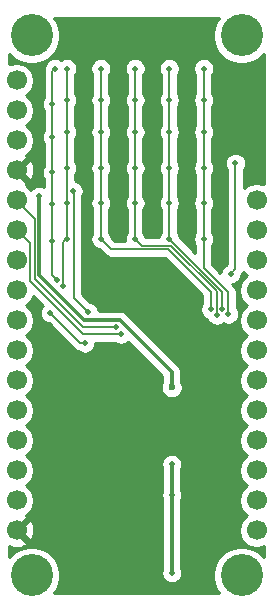
<source format=gbr>
G04 #@! TF.GenerationSoftware,KiCad,Pcbnew,(5.1.2)-1*
G04 #@! TF.CreationDate,2019-07-17T11:01:51+10:00*
G04 #@! TF.ProjectId,led-wing,6c65642d-7769-46e6-972e-6b696361645f,0*
G04 #@! TF.SameCoordinates,Original*
G04 #@! TF.FileFunction,Copper,L2,Bot*
G04 #@! TF.FilePolarity,Positive*
%FSLAX46Y46*%
G04 Gerber Fmt 4.6, Leading zero omitted, Abs format (unit mm)*
G04 Created by KiCad (PCBNEW (5.1.2)-1) date 2019-07-17 11:01:51*
%MOMM*%
%LPD*%
G04 APERTURE LIST*
%ADD10C,1.700000*%
%ADD11C,3.556000*%
%ADD12C,0.500000*%
%ADD13C,0.600000*%
%ADD14C,0.300000*%
%ADD15C,0.150000*%
%ADD16C,0.254000*%
G04 APERTURE END LIST*
D10*
X100765000Y-82348600D03*
X100765000Y-84888600D03*
X100765000Y-87428600D03*
X100765000Y-89968600D03*
X100765000Y-92508600D03*
X100765000Y-95048600D03*
X100765000Y-97588600D03*
X100765000Y-100128600D03*
X100765000Y-102668600D03*
X100765000Y-105208600D03*
X100765000Y-107748600D03*
X100765000Y-110288600D03*
X100765000Y-112828600D03*
X100765000Y-115368600D03*
X100765000Y-79808600D03*
X100765000Y-117908600D03*
X121085000Y-89968600D03*
X121085000Y-92508600D03*
X121085000Y-95048600D03*
X121085000Y-97588600D03*
X121085000Y-100128600D03*
X121085000Y-102668600D03*
X121085000Y-105208600D03*
X121085000Y-107748600D03*
X121085000Y-110288600D03*
X121085000Y-112828600D03*
X121085000Y-115368600D03*
X121085000Y-117908600D03*
D11*
X119815000Y-75998600D03*
X119815000Y-121718600D03*
X102035000Y-75998600D03*
X102035000Y-121718600D03*
D12*
X112800000Y-98800000D03*
X111600000Y-104700000D03*
X104200000Y-108600000D03*
X105700000Y-108600000D03*
D13*
X113900000Y-105800000D03*
D12*
X113900000Y-114900000D03*
X102700000Y-89600000D03*
X113900000Y-121499994D03*
X113900000Y-112300000D03*
X109200000Y-100700000D03*
X103600000Y-99500000D03*
X106550000Y-102050000D03*
X109600000Y-101300000D03*
X118900000Y-96200000D03*
X119300000Y-86800000D03*
X105550000Y-89150000D03*
X106850000Y-99450000D03*
X104000000Y-78800000D03*
X103800000Y-81800000D03*
X103800000Y-84600000D03*
X103800000Y-87600000D03*
X103800000Y-90300000D03*
X103800000Y-93400000D03*
X104200000Y-96700000D03*
X105000000Y-90200000D03*
X105000000Y-84200000D03*
X105000000Y-78800000D03*
X105000000Y-93200000D03*
X105000000Y-87200000D03*
X105000000Y-81500000D03*
X104700000Y-97200000D03*
X107900000Y-87200000D03*
X107900000Y-84200000D03*
X107900000Y-90200000D03*
X107900000Y-81500000D03*
X107900000Y-93200000D03*
X107900000Y-78800000D03*
X117200000Y-99200000D03*
X110800000Y-78800000D03*
X110800000Y-93200000D03*
X110800000Y-87200000D03*
X110800000Y-84200000D03*
X110800000Y-81500000D03*
X110800000Y-90200000D03*
X117700000Y-99700000D03*
X113700000Y-78800000D03*
X113700000Y-90200000D03*
X113700000Y-93200000D03*
X113700000Y-87200000D03*
X113700000Y-84200000D03*
X113700000Y-81500000D03*
X118200000Y-99200000D03*
X116600000Y-93200000D03*
X116600000Y-90200000D03*
X116600000Y-87200000D03*
X116600000Y-84200000D03*
X116600000Y-81500000D03*
X116600000Y-78800000D03*
X118707574Y-99606059D03*
D14*
X113900000Y-114900000D02*
X113900000Y-121499994D01*
X113900000Y-114900000D02*
X113900000Y-112300000D01*
X113900000Y-104500000D02*
X113900000Y-105800000D01*
X109500000Y-100100000D02*
X113900000Y-104500000D01*
X106500000Y-100100000D02*
X109500000Y-100100000D01*
X102700000Y-89600000D02*
X102700000Y-96300000D01*
X102700000Y-96300000D02*
X106500000Y-100100000D01*
D15*
X102100000Y-91300000D02*
X100800000Y-90000000D01*
X102300000Y-91500000D02*
X102100000Y-91300000D01*
X102300000Y-96600000D02*
X102300000Y-91500000D01*
X109200000Y-100700000D02*
X106400000Y-100700000D01*
X106400000Y-100700000D02*
X102300000Y-96600000D01*
X106150000Y-102050000D02*
X103600000Y-99500000D01*
X106550000Y-102050000D02*
X106150000Y-102050000D01*
X100800000Y-92500000D02*
X101900000Y-93600000D01*
X101900000Y-93600000D02*
X101900000Y-96800000D01*
X106400000Y-101300000D02*
X109246447Y-101300000D01*
X109246447Y-101300000D02*
X109600000Y-101300000D01*
X101900000Y-96800000D02*
X106400000Y-101300000D01*
X119300000Y-87153553D02*
X119300000Y-86800000D01*
X118900000Y-96200000D02*
X119300000Y-95800000D01*
X119300000Y-95800000D02*
X119300000Y-87153553D01*
X105600000Y-89200000D02*
X105550000Y-89150000D01*
X106850000Y-99450000D02*
X105600000Y-98200000D01*
X105600000Y-98200000D02*
X105600000Y-89200000D01*
X104000000Y-78800000D02*
X103800000Y-79000000D01*
X103800000Y-79000000D02*
X103800000Y-84600000D01*
X103800000Y-84600000D02*
X103800000Y-87600000D01*
X103800000Y-87600000D02*
X103800000Y-90300000D01*
X103800000Y-90300000D02*
X103800000Y-93400000D01*
X103950001Y-96450001D02*
X104200000Y-96700000D01*
X103800000Y-96300000D02*
X103950001Y-96450001D01*
X103800000Y-93400000D02*
X103800000Y-96300000D01*
X105000000Y-84200000D02*
X105000000Y-87200000D01*
X105000000Y-90200000D02*
X105000000Y-93200000D01*
X105000000Y-81500000D02*
X105000000Y-84200000D01*
X105000000Y-78800000D02*
X105000000Y-81500000D01*
X105000000Y-87200000D02*
X105000000Y-90200000D01*
X104700000Y-96846447D02*
X104700000Y-97200000D01*
X104700000Y-93500000D02*
X104700000Y-96846447D01*
X105000000Y-93200000D02*
X104700000Y-93500000D01*
X107900000Y-87200000D02*
X107900000Y-90200000D01*
X107900000Y-90200000D02*
X107900000Y-93200000D01*
X107900000Y-78800000D02*
X107900000Y-81500000D01*
X107900000Y-84200000D02*
X107900000Y-87200000D01*
X107900000Y-81500000D02*
X107900000Y-84200000D01*
X117200000Y-99200000D02*
X117200000Y-97700000D01*
X117200000Y-97700000D02*
X113600000Y-94100000D01*
X108800000Y-94100000D02*
X107900000Y-93200000D01*
X113600000Y-94100000D02*
X108800000Y-94100000D01*
X110800000Y-90200000D02*
X110800000Y-93200000D01*
X110800000Y-87200000D02*
X110800000Y-90200000D01*
X110800000Y-81500000D02*
X110800000Y-84200000D01*
X110800000Y-84200000D02*
X110800000Y-87200000D01*
X110800000Y-78800000D02*
X110800000Y-81500000D01*
X117700000Y-99346447D02*
X117700000Y-99700000D01*
X111399989Y-93799989D02*
X113824268Y-93799989D01*
X110800000Y-93200000D02*
X111399989Y-93799989D01*
X113824268Y-93799989D02*
X117700000Y-97675721D01*
X117700000Y-97675721D02*
X117700000Y-99346447D01*
X113700000Y-90200000D02*
X113700000Y-93200000D01*
X113700000Y-87200000D02*
X113700000Y-90200000D01*
X113700000Y-84200000D02*
X113700000Y-87200000D01*
X113700000Y-81500000D02*
X113700000Y-84200000D01*
X113700000Y-78800000D02*
X113700000Y-81500000D01*
X113700000Y-93212139D02*
X113700000Y-93200000D01*
X118200000Y-99200000D02*
X118200000Y-97712139D01*
X118200000Y-97712139D02*
X113700000Y-93212139D01*
X116600000Y-90200000D02*
X116600000Y-93200000D01*
X116600000Y-87200000D02*
X116600000Y-90200000D01*
X116600000Y-84200000D02*
X116600000Y-87200000D01*
X116600000Y-78800000D02*
X116600000Y-81500000D01*
X116600000Y-81500000D02*
X116600000Y-84200000D01*
X118707574Y-99252506D02*
X118707574Y-99606059D01*
X118707574Y-97757574D02*
X118707574Y-99252506D01*
X116600000Y-93200000D02*
X116600000Y-95650000D01*
X116600000Y-95650000D02*
X118707574Y-97757574D01*
D16*
G36*
X117676628Y-74855616D02*
G01*
X117494731Y-75294754D01*
X117402000Y-75760940D01*
X117402000Y-76236260D01*
X117494731Y-76702446D01*
X117676628Y-77141584D01*
X117940701Y-77536798D01*
X118276802Y-77872899D01*
X118672016Y-78136972D01*
X119111154Y-78318869D01*
X119577340Y-78411600D01*
X120052660Y-78411600D01*
X120518846Y-78318869D01*
X120957984Y-78136972D01*
X121353198Y-77872899D01*
X121689299Y-77536798D01*
X121695001Y-77528264D01*
X121695001Y-88613918D01*
X121518158Y-88540668D01*
X121231260Y-88483600D01*
X120938740Y-88483600D01*
X120651842Y-88540668D01*
X120381589Y-88652610D01*
X120138368Y-88815125D01*
X120010000Y-88943493D01*
X120010000Y-87330368D01*
X120084277Y-87219205D01*
X120150990Y-87058145D01*
X120185000Y-86887165D01*
X120185000Y-86712835D01*
X120150990Y-86541855D01*
X120084277Y-86380795D01*
X119987424Y-86235845D01*
X119864155Y-86112576D01*
X119719205Y-86015723D01*
X119558145Y-85949010D01*
X119387165Y-85915000D01*
X119212835Y-85915000D01*
X119041855Y-85949010D01*
X118880795Y-86015723D01*
X118735845Y-86112576D01*
X118612576Y-86235845D01*
X118515723Y-86380795D01*
X118449010Y-86541855D01*
X118415000Y-86712835D01*
X118415000Y-86887165D01*
X118449010Y-87058145D01*
X118515723Y-87219205D01*
X118590001Y-87330369D01*
X118590000Y-95370489D01*
X118480795Y-95415723D01*
X118335845Y-95512576D01*
X118212576Y-95635845D01*
X118115723Y-95780795D01*
X118049010Y-95941855D01*
X118023615Y-96069524D01*
X117310000Y-95355909D01*
X117310000Y-93730368D01*
X117384277Y-93619205D01*
X117450990Y-93458145D01*
X117485000Y-93287165D01*
X117485000Y-93112835D01*
X117450990Y-92941855D01*
X117384277Y-92780795D01*
X117310000Y-92669632D01*
X117310000Y-90730368D01*
X117384277Y-90619205D01*
X117450990Y-90458145D01*
X117485000Y-90287165D01*
X117485000Y-90112835D01*
X117450990Y-89941855D01*
X117384277Y-89780795D01*
X117310000Y-89669632D01*
X117310000Y-87730368D01*
X117384277Y-87619205D01*
X117450990Y-87458145D01*
X117485000Y-87287165D01*
X117485000Y-87112835D01*
X117450990Y-86941855D01*
X117384277Y-86780795D01*
X117310000Y-86669632D01*
X117310000Y-84730368D01*
X117384277Y-84619205D01*
X117450990Y-84458145D01*
X117485000Y-84287165D01*
X117485000Y-84112835D01*
X117450990Y-83941855D01*
X117384277Y-83780795D01*
X117310000Y-83669632D01*
X117310000Y-82030368D01*
X117384277Y-81919205D01*
X117450990Y-81758145D01*
X117485000Y-81587165D01*
X117485000Y-81412835D01*
X117450990Y-81241855D01*
X117384277Y-81080795D01*
X117310000Y-80969632D01*
X117310000Y-79330368D01*
X117384277Y-79219205D01*
X117450990Y-79058145D01*
X117485000Y-78887165D01*
X117485000Y-78712835D01*
X117450990Y-78541855D01*
X117384277Y-78380795D01*
X117287424Y-78235845D01*
X117164155Y-78112576D01*
X117019205Y-78015723D01*
X116858145Y-77949010D01*
X116687165Y-77915000D01*
X116512835Y-77915000D01*
X116341855Y-77949010D01*
X116180795Y-78015723D01*
X116035845Y-78112576D01*
X115912576Y-78235845D01*
X115815723Y-78380795D01*
X115749010Y-78541855D01*
X115715000Y-78712835D01*
X115715000Y-78887165D01*
X115749010Y-79058145D01*
X115815723Y-79219205D01*
X115890000Y-79330368D01*
X115890001Y-80969631D01*
X115815723Y-81080795D01*
X115749010Y-81241855D01*
X115715000Y-81412835D01*
X115715000Y-81587165D01*
X115749010Y-81758145D01*
X115815723Y-81919205D01*
X115890000Y-82030368D01*
X115890001Y-83669631D01*
X115815723Y-83780795D01*
X115749010Y-83941855D01*
X115715000Y-84112835D01*
X115715000Y-84287165D01*
X115749010Y-84458145D01*
X115815723Y-84619205D01*
X115890000Y-84730368D01*
X115890001Y-86669631D01*
X115815723Y-86780795D01*
X115749010Y-86941855D01*
X115715000Y-87112835D01*
X115715000Y-87287165D01*
X115749010Y-87458145D01*
X115815723Y-87619205D01*
X115890000Y-87730368D01*
X115890001Y-89669631D01*
X115815723Y-89780795D01*
X115749010Y-89941855D01*
X115715000Y-90112835D01*
X115715000Y-90287165D01*
X115749010Y-90458145D01*
X115815723Y-90619205D01*
X115890000Y-90730368D01*
X115890001Y-92669631D01*
X115815723Y-92780795D01*
X115749010Y-92941855D01*
X115715000Y-93112835D01*
X115715000Y-93287165D01*
X115749010Y-93458145D01*
X115815723Y-93619205D01*
X115890000Y-93730368D01*
X115890000Y-94398048D01*
X114580087Y-93088135D01*
X114550990Y-92941855D01*
X114484277Y-92780795D01*
X114410000Y-92669632D01*
X114410000Y-90730368D01*
X114484277Y-90619205D01*
X114550990Y-90458145D01*
X114585000Y-90287165D01*
X114585000Y-90112835D01*
X114550990Y-89941855D01*
X114484277Y-89780795D01*
X114410000Y-89669632D01*
X114410000Y-87730368D01*
X114484277Y-87619205D01*
X114550990Y-87458145D01*
X114585000Y-87287165D01*
X114585000Y-87112835D01*
X114550990Y-86941855D01*
X114484277Y-86780795D01*
X114410000Y-86669632D01*
X114410000Y-84730368D01*
X114484277Y-84619205D01*
X114550990Y-84458145D01*
X114585000Y-84287165D01*
X114585000Y-84112835D01*
X114550990Y-83941855D01*
X114484277Y-83780795D01*
X114410000Y-83669632D01*
X114410000Y-82030368D01*
X114484277Y-81919205D01*
X114550990Y-81758145D01*
X114585000Y-81587165D01*
X114585000Y-81412835D01*
X114550990Y-81241855D01*
X114484277Y-81080795D01*
X114410000Y-80969632D01*
X114410000Y-79330368D01*
X114484277Y-79219205D01*
X114550990Y-79058145D01*
X114585000Y-78887165D01*
X114585000Y-78712835D01*
X114550990Y-78541855D01*
X114484277Y-78380795D01*
X114387424Y-78235845D01*
X114264155Y-78112576D01*
X114119205Y-78015723D01*
X113958145Y-77949010D01*
X113787165Y-77915000D01*
X113612835Y-77915000D01*
X113441855Y-77949010D01*
X113280795Y-78015723D01*
X113135845Y-78112576D01*
X113012576Y-78235845D01*
X112915723Y-78380795D01*
X112849010Y-78541855D01*
X112815000Y-78712835D01*
X112815000Y-78887165D01*
X112849010Y-79058145D01*
X112915723Y-79219205D01*
X112990000Y-79330368D01*
X112990001Y-80969631D01*
X112915723Y-81080795D01*
X112849010Y-81241855D01*
X112815000Y-81412835D01*
X112815000Y-81587165D01*
X112849010Y-81758145D01*
X112915723Y-81919205D01*
X112990000Y-82030368D01*
X112990001Y-83669631D01*
X112915723Y-83780795D01*
X112849010Y-83941855D01*
X112815000Y-84112835D01*
X112815000Y-84287165D01*
X112849010Y-84458145D01*
X112915723Y-84619205D01*
X112990000Y-84730368D01*
X112990001Y-86669631D01*
X112915723Y-86780795D01*
X112849010Y-86941855D01*
X112815000Y-87112835D01*
X112815000Y-87287165D01*
X112849010Y-87458145D01*
X112915723Y-87619205D01*
X112990000Y-87730368D01*
X112990001Y-89669631D01*
X112915723Y-89780795D01*
X112849010Y-89941855D01*
X112815000Y-90112835D01*
X112815000Y-90287165D01*
X112849010Y-90458145D01*
X112915723Y-90619205D01*
X112990000Y-90730368D01*
X112990001Y-92669631D01*
X112915723Y-92780795D01*
X112849010Y-92941855D01*
X112819544Y-93089989D01*
X111694080Y-93089989D01*
X111677073Y-93072982D01*
X111650990Y-92941855D01*
X111584277Y-92780795D01*
X111510000Y-92669632D01*
X111510000Y-90730368D01*
X111584277Y-90619205D01*
X111650990Y-90458145D01*
X111685000Y-90287165D01*
X111685000Y-90112835D01*
X111650990Y-89941855D01*
X111584277Y-89780795D01*
X111510000Y-89669632D01*
X111510000Y-87730368D01*
X111584277Y-87619205D01*
X111650990Y-87458145D01*
X111685000Y-87287165D01*
X111685000Y-87112835D01*
X111650990Y-86941855D01*
X111584277Y-86780795D01*
X111510000Y-86669632D01*
X111510000Y-84730368D01*
X111584277Y-84619205D01*
X111650990Y-84458145D01*
X111685000Y-84287165D01*
X111685000Y-84112835D01*
X111650990Y-83941855D01*
X111584277Y-83780795D01*
X111510000Y-83669632D01*
X111510000Y-82030368D01*
X111584277Y-81919205D01*
X111650990Y-81758145D01*
X111685000Y-81587165D01*
X111685000Y-81412835D01*
X111650990Y-81241855D01*
X111584277Y-81080795D01*
X111510000Y-80969632D01*
X111510000Y-79330368D01*
X111584277Y-79219205D01*
X111650990Y-79058145D01*
X111685000Y-78887165D01*
X111685000Y-78712835D01*
X111650990Y-78541855D01*
X111584277Y-78380795D01*
X111487424Y-78235845D01*
X111364155Y-78112576D01*
X111219205Y-78015723D01*
X111058145Y-77949010D01*
X110887165Y-77915000D01*
X110712835Y-77915000D01*
X110541855Y-77949010D01*
X110380795Y-78015723D01*
X110235845Y-78112576D01*
X110112576Y-78235845D01*
X110015723Y-78380795D01*
X109949010Y-78541855D01*
X109915000Y-78712835D01*
X109915000Y-78887165D01*
X109949010Y-79058145D01*
X110015723Y-79219205D01*
X110090000Y-79330368D01*
X110090001Y-80969631D01*
X110015723Y-81080795D01*
X109949010Y-81241855D01*
X109915000Y-81412835D01*
X109915000Y-81587165D01*
X109949010Y-81758145D01*
X110015723Y-81919205D01*
X110090000Y-82030368D01*
X110090001Y-83669631D01*
X110015723Y-83780795D01*
X109949010Y-83941855D01*
X109915000Y-84112835D01*
X109915000Y-84287165D01*
X109949010Y-84458145D01*
X110015723Y-84619205D01*
X110090000Y-84730368D01*
X110090001Y-86669631D01*
X110015723Y-86780795D01*
X109949010Y-86941855D01*
X109915000Y-87112835D01*
X109915000Y-87287165D01*
X109949010Y-87458145D01*
X110015723Y-87619205D01*
X110090000Y-87730368D01*
X110090001Y-89669631D01*
X110015723Y-89780795D01*
X109949010Y-89941855D01*
X109915000Y-90112835D01*
X109915000Y-90287165D01*
X109949010Y-90458145D01*
X110015723Y-90619205D01*
X110090000Y-90730368D01*
X110090001Y-92669631D01*
X110015723Y-92780795D01*
X109949010Y-92941855D01*
X109915000Y-93112835D01*
X109915000Y-93287165D01*
X109935455Y-93390000D01*
X109094092Y-93390000D01*
X108777073Y-93072981D01*
X108750990Y-92941855D01*
X108684277Y-92780795D01*
X108610000Y-92669632D01*
X108610000Y-90730368D01*
X108684277Y-90619205D01*
X108750990Y-90458145D01*
X108785000Y-90287165D01*
X108785000Y-90112835D01*
X108750990Y-89941855D01*
X108684277Y-89780795D01*
X108610000Y-89669632D01*
X108610000Y-87730368D01*
X108684277Y-87619205D01*
X108750990Y-87458145D01*
X108785000Y-87287165D01*
X108785000Y-87112835D01*
X108750990Y-86941855D01*
X108684277Y-86780795D01*
X108610000Y-86669632D01*
X108610000Y-84730368D01*
X108684277Y-84619205D01*
X108750990Y-84458145D01*
X108785000Y-84287165D01*
X108785000Y-84112835D01*
X108750990Y-83941855D01*
X108684277Y-83780795D01*
X108610000Y-83669632D01*
X108610000Y-82030368D01*
X108684277Y-81919205D01*
X108750990Y-81758145D01*
X108785000Y-81587165D01*
X108785000Y-81412835D01*
X108750990Y-81241855D01*
X108684277Y-81080795D01*
X108610000Y-80969632D01*
X108610000Y-79330368D01*
X108684277Y-79219205D01*
X108750990Y-79058145D01*
X108785000Y-78887165D01*
X108785000Y-78712835D01*
X108750990Y-78541855D01*
X108684277Y-78380795D01*
X108587424Y-78235845D01*
X108464155Y-78112576D01*
X108319205Y-78015723D01*
X108158145Y-77949010D01*
X107987165Y-77915000D01*
X107812835Y-77915000D01*
X107641855Y-77949010D01*
X107480795Y-78015723D01*
X107335845Y-78112576D01*
X107212576Y-78235845D01*
X107115723Y-78380795D01*
X107049010Y-78541855D01*
X107015000Y-78712835D01*
X107015000Y-78887165D01*
X107049010Y-79058145D01*
X107115723Y-79219205D01*
X107190000Y-79330368D01*
X107190001Y-80969631D01*
X107115723Y-81080795D01*
X107049010Y-81241855D01*
X107015000Y-81412835D01*
X107015000Y-81587165D01*
X107049010Y-81758145D01*
X107115723Y-81919205D01*
X107190000Y-82030368D01*
X107190001Y-83669631D01*
X107115723Y-83780795D01*
X107049010Y-83941855D01*
X107015000Y-84112835D01*
X107015000Y-84287165D01*
X107049010Y-84458145D01*
X107115723Y-84619205D01*
X107190000Y-84730368D01*
X107190001Y-86669631D01*
X107115723Y-86780795D01*
X107049010Y-86941855D01*
X107015000Y-87112835D01*
X107015000Y-87287165D01*
X107049010Y-87458145D01*
X107115723Y-87619205D01*
X107190000Y-87730368D01*
X107190001Y-89669631D01*
X107115723Y-89780795D01*
X107049010Y-89941855D01*
X107015000Y-90112835D01*
X107015000Y-90287165D01*
X107049010Y-90458145D01*
X107115723Y-90619205D01*
X107190000Y-90730368D01*
X107190001Y-92669631D01*
X107115723Y-92780795D01*
X107049010Y-92941855D01*
X107015000Y-93112835D01*
X107015000Y-93287165D01*
X107049010Y-93458145D01*
X107115723Y-93619205D01*
X107212576Y-93764155D01*
X107335845Y-93887424D01*
X107480795Y-93984277D01*
X107641855Y-94050990D01*
X107772981Y-94077073D01*
X108273292Y-94577384D01*
X108295525Y-94604475D01*
X108403637Y-94693200D01*
X108526980Y-94759128D01*
X108660816Y-94799727D01*
X108765123Y-94810000D01*
X108765124Y-94810000D01*
X108799999Y-94813435D01*
X108834874Y-94810000D01*
X113305909Y-94810000D01*
X116490001Y-97994092D01*
X116490000Y-98669632D01*
X116415723Y-98780795D01*
X116349010Y-98941855D01*
X116315000Y-99112835D01*
X116315000Y-99287165D01*
X116349010Y-99458145D01*
X116415723Y-99619205D01*
X116512576Y-99764155D01*
X116635845Y-99887424D01*
X116780795Y-99984277D01*
X116876204Y-100023796D01*
X116915723Y-100119205D01*
X117012576Y-100264155D01*
X117135845Y-100387424D01*
X117280795Y-100484277D01*
X117441855Y-100550990D01*
X117612835Y-100585000D01*
X117787165Y-100585000D01*
X117958145Y-100550990D01*
X118119205Y-100484277D01*
X118264155Y-100387424D01*
X118272108Y-100379471D01*
X118288369Y-100390336D01*
X118449429Y-100457049D01*
X118620409Y-100491059D01*
X118794739Y-100491059D01*
X118965719Y-100457049D01*
X119126779Y-100390336D01*
X119271729Y-100293483D01*
X119394998Y-100170214D01*
X119491851Y-100025264D01*
X119558564Y-99864204D01*
X119592574Y-99693224D01*
X119592574Y-99518894D01*
X119558564Y-99347914D01*
X119491851Y-99186854D01*
X119417574Y-99075691D01*
X119417574Y-97792449D01*
X119421009Y-97757574D01*
X119415779Y-97704475D01*
X119407301Y-97618390D01*
X119366702Y-97484554D01*
X119300774Y-97361211D01*
X119212048Y-97253099D01*
X119184957Y-97230866D01*
X119030476Y-97076385D01*
X119158145Y-97050990D01*
X119319205Y-96984277D01*
X119464155Y-96887424D01*
X119587424Y-96764155D01*
X119684277Y-96619205D01*
X119750990Y-96458145D01*
X119777073Y-96327018D01*
X119777383Y-96326708D01*
X119804474Y-96304475D01*
X119884634Y-96206801D01*
X119893199Y-96196365D01*
X119912279Y-96160668D01*
X119959128Y-96073020D01*
X119970808Y-96034515D01*
X120138368Y-96202075D01*
X120312760Y-96318600D01*
X120138368Y-96435125D01*
X119931525Y-96641968D01*
X119769010Y-96885189D01*
X119657068Y-97155442D01*
X119600000Y-97442340D01*
X119600000Y-97734860D01*
X119657068Y-98021758D01*
X119769010Y-98292011D01*
X119931525Y-98535232D01*
X120138368Y-98742075D01*
X120312760Y-98858600D01*
X120138368Y-98975125D01*
X119931525Y-99181968D01*
X119769010Y-99425189D01*
X119657068Y-99695442D01*
X119600000Y-99982340D01*
X119600000Y-100274860D01*
X119657068Y-100561758D01*
X119769010Y-100832011D01*
X119931525Y-101075232D01*
X120138368Y-101282075D01*
X120312760Y-101398600D01*
X120138368Y-101515125D01*
X119931525Y-101721968D01*
X119769010Y-101965189D01*
X119657068Y-102235442D01*
X119600000Y-102522340D01*
X119600000Y-102814860D01*
X119657068Y-103101758D01*
X119769010Y-103372011D01*
X119931525Y-103615232D01*
X120138368Y-103822075D01*
X120312760Y-103938600D01*
X120138368Y-104055125D01*
X119931525Y-104261968D01*
X119769010Y-104505189D01*
X119657068Y-104775442D01*
X119600000Y-105062340D01*
X119600000Y-105354860D01*
X119657068Y-105641758D01*
X119769010Y-105912011D01*
X119931525Y-106155232D01*
X120138368Y-106362075D01*
X120312760Y-106478600D01*
X120138368Y-106595125D01*
X119931525Y-106801968D01*
X119769010Y-107045189D01*
X119657068Y-107315442D01*
X119600000Y-107602340D01*
X119600000Y-107894860D01*
X119657068Y-108181758D01*
X119769010Y-108452011D01*
X119931525Y-108695232D01*
X120138368Y-108902075D01*
X120312760Y-109018600D01*
X120138368Y-109135125D01*
X119931525Y-109341968D01*
X119769010Y-109585189D01*
X119657068Y-109855442D01*
X119600000Y-110142340D01*
X119600000Y-110434860D01*
X119657068Y-110721758D01*
X119769010Y-110992011D01*
X119931525Y-111235232D01*
X120138368Y-111442075D01*
X120312760Y-111558600D01*
X120138368Y-111675125D01*
X119931525Y-111881968D01*
X119769010Y-112125189D01*
X119657068Y-112395442D01*
X119600000Y-112682340D01*
X119600000Y-112974860D01*
X119657068Y-113261758D01*
X119769010Y-113532011D01*
X119931525Y-113775232D01*
X120138368Y-113982075D01*
X120312760Y-114098600D01*
X120138368Y-114215125D01*
X119931525Y-114421968D01*
X119769010Y-114665189D01*
X119657068Y-114935442D01*
X119600000Y-115222340D01*
X119600000Y-115514860D01*
X119657068Y-115801758D01*
X119769010Y-116072011D01*
X119931525Y-116315232D01*
X120138368Y-116522075D01*
X120312760Y-116638600D01*
X120138368Y-116755125D01*
X119931525Y-116961968D01*
X119769010Y-117205189D01*
X119657068Y-117475442D01*
X119600000Y-117762340D01*
X119600000Y-118054860D01*
X119657068Y-118341758D01*
X119769010Y-118612011D01*
X119931525Y-118855232D01*
X120138368Y-119062075D01*
X120381589Y-119224590D01*
X120651842Y-119336532D01*
X120938740Y-119393600D01*
X121231260Y-119393600D01*
X121518158Y-119336532D01*
X121695000Y-119263282D01*
X121695000Y-120188934D01*
X121689299Y-120180402D01*
X121353198Y-119844301D01*
X120957984Y-119580228D01*
X120518846Y-119398331D01*
X120052660Y-119305600D01*
X119577340Y-119305600D01*
X119111154Y-119398331D01*
X118672016Y-119580228D01*
X118276802Y-119844301D01*
X117940701Y-120180402D01*
X117676628Y-120575616D01*
X117494731Y-121014754D01*
X117402000Y-121480940D01*
X117402000Y-121956260D01*
X117494731Y-122422446D01*
X117676628Y-122861584D01*
X117897505Y-123192150D01*
X103952740Y-123191784D01*
X104173372Y-122861584D01*
X104355269Y-122422446D01*
X104448000Y-121956260D01*
X104448000Y-121480940D01*
X104355269Y-121014754D01*
X104173372Y-120575616D01*
X103909299Y-120180402D01*
X103573198Y-119844301D01*
X103177984Y-119580228D01*
X102738846Y-119398331D01*
X102272660Y-119305600D01*
X101797340Y-119305600D01*
X101331154Y-119398331D01*
X100892016Y-119580228D01*
X100496802Y-119844301D01*
X100160701Y-120180402D01*
X100155000Y-120188934D01*
X100155000Y-119262915D01*
X100257883Y-119311971D01*
X100541411Y-119383939D01*
X100833531Y-119399211D01*
X101123019Y-119357199D01*
X101398747Y-119259519D01*
X101536157Y-119186072D01*
X101613792Y-118936997D01*
X100765000Y-118088205D01*
X100750858Y-118102348D01*
X100571253Y-117922743D01*
X100585395Y-117908600D01*
X100944605Y-117908600D01*
X101793397Y-118757392D01*
X102042472Y-118679757D01*
X102168371Y-118415717D01*
X102240339Y-118132189D01*
X102255611Y-117840069D01*
X102213599Y-117550581D01*
X102115919Y-117274853D01*
X102042472Y-117137443D01*
X101793397Y-117059808D01*
X100944605Y-117908600D01*
X100585395Y-117908600D01*
X100571253Y-117894458D01*
X100750858Y-117714853D01*
X100765000Y-117728995D01*
X101613792Y-116880203D01*
X101538271Y-116637911D01*
X101711632Y-116522075D01*
X101918475Y-116315232D01*
X102080990Y-116072011D01*
X102192932Y-115801758D01*
X102250000Y-115514860D01*
X102250000Y-115222340D01*
X102192932Y-114935442D01*
X102080990Y-114665189D01*
X101918475Y-114421968D01*
X101711632Y-114215125D01*
X101537240Y-114098600D01*
X101711632Y-113982075D01*
X101918475Y-113775232D01*
X102080990Y-113532011D01*
X102192932Y-113261758D01*
X102250000Y-112974860D01*
X102250000Y-112682340D01*
X102192932Y-112395442D01*
X102117295Y-112212835D01*
X113015000Y-112212835D01*
X113015000Y-112387165D01*
X113049010Y-112558145D01*
X113115001Y-112717462D01*
X113115000Y-114482540D01*
X113049010Y-114641855D01*
X113015000Y-114812835D01*
X113015000Y-114987165D01*
X113049010Y-115158145D01*
X113115000Y-115317460D01*
X113115001Y-121082532D01*
X113049010Y-121241849D01*
X113015000Y-121412829D01*
X113015000Y-121587159D01*
X113049010Y-121758139D01*
X113115723Y-121919199D01*
X113212576Y-122064149D01*
X113335845Y-122187418D01*
X113480795Y-122284271D01*
X113641855Y-122350984D01*
X113812835Y-122384994D01*
X113987165Y-122384994D01*
X114158145Y-122350984D01*
X114319205Y-122284271D01*
X114464155Y-122187418D01*
X114587424Y-122064149D01*
X114684277Y-121919199D01*
X114750990Y-121758139D01*
X114785000Y-121587159D01*
X114785000Y-121412829D01*
X114750990Y-121241849D01*
X114685000Y-121082534D01*
X114685000Y-115317460D01*
X114750990Y-115158145D01*
X114785000Y-114987165D01*
X114785000Y-114812835D01*
X114750990Y-114641855D01*
X114685000Y-114482540D01*
X114685000Y-112717460D01*
X114750990Y-112558145D01*
X114785000Y-112387165D01*
X114785000Y-112212835D01*
X114750990Y-112041855D01*
X114684277Y-111880795D01*
X114587424Y-111735845D01*
X114464155Y-111612576D01*
X114319205Y-111515723D01*
X114158145Y-111449010D01*
X113987165Y-111415000D01*
X113812835Y-111415000D01*
X113641855Y-111449010D01*
X113480795Y-111515723D01*
X113335845Y-111612576D01*
X113212576Y-111735845D01*
X113115723Y-111880795D01*
X113049010Y-112041855D01*
X113015000Y-112212835D01*
X102117295Y-112212835D01*
X102080990Y-112125189D01*
X101918475Y-111881968D01*
X101711632Y-111675125D01*
X101537240Y-111558600D01*
X101711632Y-111442075D01*
X101918475Y-111235232D01*
X102080990Y-110992011D01*
X102192932Y-110721758D01*
X102250000Y-110434860D01*
X102250000Y-110142340D01*
X102192932Y-109855442D01*
X102080990Y-109585189D01*
X101918475Y-109341968D01*
X101711632Y-109135125D01*
X101537240Y-109018600D01*
X101711632Y-108902075D01*
X101918475Y-108695232D01*
X102080990Y-108452011D01*
X102192932Y-108181758D01*
X102250000Y-107894860D01*
X102250000Y-107602340D01*
X102192932Y-107315442D01*
X102080990Y-107045189D01*
X101918475Y-106801968D01*
X101711632Y-106595125D01*
X101537240Y-106478600D01*
X101711632Y-106362075D01*
X101918475Y-106155232D01*
X102080990Y-105912011D01*
X102192932Y-105641758D01*
X102250000Y-105354860D01*
X102250000Y-105062340D01*
X102192932Y-104775442D01*
X102080990Y-104505189D01*
X101918475Y-104261968D01*
X101711632Y-104055125D01*
X101537240Y-103938600D01*
X101711632Y-103822075D01*
X101918475Y-103615232D01*
X102080990Y-103372011D01*
X102192932Y-103101758D01*
X102250000Y-102814860D01*
X102250000Y-102522340D01*
X102192932Y-102235442D01*
X102080990Y-101965189D01*
X101918475Y-101721968D01*
X101711632Y-101515125D01*
X101537240Y-101398600D01*
X101711632Y-101282075D01*
X101918475Y-101075232D01*
X102080990Y-100832011D01*
X102192932Y-100561758D01*
X102250000Y-100274860D01*
X102250000Y-99982340D01*
X102192932Y-99695442D01*
X102080990Y-99425189D01*
X101918475Y-99181968D01*
X101711632Y-98975125D01*
X101537240Y-98858600D01*
X101711632Y-98742075D01*
X101918475Y-98535232D01*
X102080990Y-98292011D01*
X102170887Y-98074979D01*
X102972165Y-98876256D01*
X102912576Y-98935845D01*
X102815723Y-99080795D01*
X102749010Y-99241855D01*
X102715000Y-99412835D01*
X102715000Y-99587165D01*
X102749010Y-99758145D01*
X102815723Y-99919205D01*
X102912576Y-100064155D01*
X103035845Y-100187424D01*
X103180795Y-100284277D01*
X103341855Y-100350990D01*
X103472982Y-100377073D01*
X105623288Y-102527379D01*
X105645525Y-102554475D01*
X105753637Y-102643200D01*
X105876980Y-102709128D01*
X105998805Y-102746084D01*
X106130795Y-102834277D01*
X106291855Y-102900990D01*
X106462835Y-102935000D01*
X106637165Y-102935000D01*
X106808145Y-102900990D01*
X106969205Y-102834277D01*
X107114155Y-102737424D01*
X107237424Y-102614155D01*
X107334277Y-102469205D01*
X107400990Y-102308145D01*
X107435000Y-102137165D01*
X107435000Y-102010000D01*
X109069632Y-102010000D01*
X109180795Y-102084277D01*
X109341855Y-102150990D01*
X109512835Y-102185000D01*
X109687165Y-102185000D01*
X109858145Y-102150990D01*
X110019205Y-102084277D01*
X110164155Y-101987424D01*
X110220711Y-101930868D01*
X113115000Y-104825157D01*
X113115001Y-105291879D01*
X113071414Y-105357111D01*
X113000932Y-105527271D01*
X112965000Y-105707911D01*
X112965000Y-105892089D01*
X113000932Y-106072729D01*
X113071414Y-106242889D01*
X113173738Y-106396028D01*
X113303972Y-106526262D01*
X113457111Y-106628586D01*
X113627271Y-106699068D01*
X113807911Y-106735000D01*
X113992089Y-106735000D01*
X114172729Y-106699068D01*
X114342889Y-106628586D01*
X114496028Y-106526262D01*
X114626262Y-106396028D01*
X114728586Y-106242889D01*
X114799068Y-106072729D01*
X114835000Y-105892089D01*
X114835000Y-105707911D01*
X114799068Y-105527271D01*
X114728586Y-105357111D01*
X114685000Y-105291880D01*
X114685000Y-104538556D01*
X114688797Y-104500000D01*
X114685000Y-104461440D01*
X114685000Y-104461439D01*
X114681020Y-104421026D01*
X114673642Y-104346113D01*
X114628754Y-104198140D01*
X114604947Y-104153600D01*
X114555862Y-104061767D01*
X114457764Y-103942236D01*
X114427811Y-103917654D01*
X110082345Y-99572188D01*
X110057764Y-99542236D01*
X109938233Y-99444138D01*
X109801860Y-99371246D01*
X109653887Y-99326359D01*
X109538561Y-99315000D01*
X109538553Y-99315000D01*
X109500000Y-99311203D01*
X109461447Y-99315000D01*
X107725485Y-99315000D01*
X107700990Y-99191855D01*
X107634277Y-99030795D01*
X107537424Y-98885845D01*
X107414155Y-98762576D01*
X107269205Y-98665723D01*
X107108145Y-98599010D01*
X106977019Y-98572927D01*
X106310000Y-97905909D01*
X106310000Y-89605538D01*
X106334277Y-89569205D01*
X106400990Y-89408145D01*
X106435000Y-89237165D01*
X106435000Y-89062835D01*
X106400990Y-88891855D01*
X106334277Y-88730795D01*
X106237424Y-88585845D01*
X106114155Y-88462576D01*
X105969205Y-88365723D01*
X105808145Y-88299010D01*
X105710000Y-88279488D01*
X105710000Y-87730368D01*
X105784277Y-87619205D01*
X105850990Y-87458145D01*
X105885000Y-87287165D01*
X105885000Y-87112835D01*
X105850990Y-86941855D01*
X105784277Y-86780795D01*
X105710000Y-86669632D01*
X105710000Y-84730368D01*
X105784277Y-84619205D01*
X105850990Y-84458145D01*
X105885000Y-84287165D01*
X105885000Y-84112835D01*
X105850990Y-83941855D01*
X105784277Y-83780795D01*
X105710000Y-83669632D01*
X105710000Y-82030368D01*
X105784277Y-81919205D01*
X105850990Y-81758145D01*
X105885000Y-81587165D01*
X105885000Y-81412835D01*
X105850990Y-81241855D01*
X105784277Y-81080795D01*
X105710000Y-80969632D01*
X105710000Y-79330368D01*
X105784277Y-79219205D01*
X105850990Y-79058145D01*
X105885000Y-78887165D01*
X105885000Y-78712835D01*
X105850990Y-78541855D01*
X105784277Y-78380795D01*
X105687424Y-78235845D01*
X105564155Y-78112576D01*
X105419205Y-78015723D01*
X105258145Y-77949010D01*
X105087165Y-77915000D01*
X104912835Y-77915000D01*
X104741855Y-77949010D01*
X104580795Y-78015723D01*
X104500000Y-78069709D01*
X104419205Y-78015723D01*
X104258145Y-77949010D01*
X104087165Y-77915000D01*
X103912835Y-77915000D01*
X103741855Y-77949010D01*
X103580795Y-78015723D01*
X103435845Y-78112576D01*
X103312576Y-78235845D01*
X103215723Y-78380795D01*
X103149010Y-78541855D01*
X103115000Y-78712835D01*
X103115000Y-78812269D01*
X103100273Y-78860817D01*
X103092555Y-78939185D01*
X103086565Y-79000000D01*
X103090000Y-79034875D01*
X103090000Y-81269632D01*
X103015723Y-81380795D01*
X102949010Y-81541855D01*
X102915000Y-81712835D01*
X102915000Y-81887165D01*
X102949010Y-82058145D01*
X103015723Y-82219205D01*
X103090001Y-82330369D01*
X103090001Y-84069631D01*
X103015723Y-84180795D01*
X102949010Y-84341855D01*
X102915000Y-84512835D01*
X102915000Y-84687165D01*
X102949010Y-84858145D01*
X103015723Y-85019205D01*
X103090000Y-85130368D01*
X103090001Y-87069631D01*
X103015723Y-87180795D01*
X102949010Y-87341855D01*
X102915000Y-87512835D01*
X102915000Y-87687165D01*
X102949010Y-87858145D01*
X103015723Y-88019205D01*
X103090000Y-88130368D01*
X103090000Y-88803626D01*
X102958145Y-88749010D01*
X102787165Y-88715000D01*
X102612835Y-88715000D01*
X102441855Y-88749010D01*
X102280795Y-88815723D01*
X102135845Y-88912576D01*
X102012576Y-89035845D01*
X101970162Y-89099322D01*
X101918475Y-89021968D01*
X101711632Y-88815125D01*
X101538271Y-88699289D01*
X101613792Y-88456997D01*
X100765000Y-87608205D01*
X100750858Y-87622348D01*
X100571253Y-87442743D01*
X100585395Y-87428600D01*
X100944605Y-87428600D01*
X101793397Y-88277392D01*
X102042472Y-88199757D01*
X102168371Y-87935717D01*
X102240339Y-87652189D01*
X102255611Y-87360069D01*
X102213599Y-87070581D01*
X102115919Y-86794853D01*
X102042472Y-86657443D01*
X101793397Y-86579808D01*
X100944605Y-87428600D01*
X100585395Y-87428600D01*
X100571253Y-87414458D01*
X100750858Y-87234853D01*
X100765000Y-87248995D01*
X101613792Y-86400203D01*
X101538271Y-86157911D01*
X101711632Y-86042075D01*
X101918475Y-85835232D01*
X102080990Y-85592011D01*
X102192932Y-85321758D01*
X102250000Y-85034860D01*
X102250000Y-84742340D01*
X102192932Y-84455442D01*
X102080990Y-84185189D01*
X101918475Y-83941968D01*
X101711632Y-83735125D01*
X101537240Y-83618600D01*
X101711632Y-83502075D01*
X101918475Y-83295232D01*
X102080990Y-83052011D01*
X102192932Y-82781758D01*
X102250000Y-82494860D01*
X102250000Y-82202340D01*
X102192932Y-81915442D01*
X102080990Y-81645189D01*
X101918475Y-81401968D01*
X101711632Y-81195125D01*
X101537240Y-81078600D01*
X101711632Y-80962075D01*
X101918475Y-80755232D01*
X102080990Y-80512011D01*
X102192932Y-80241758D01*
X102250000Y-79954860D01*
X102250000Y-79662340D01*
X102192932Y-79375442D01*
X102080990Y-79105189D01*
X101918475Y-78861968D01*
X101711632Y-78655125D01*
X101468411Y-78492610D01*
X101198158Y-78380668D01*
X100911260Y-78323600D01*
X100618740Y-78323600D01*
X100331842Y-78380668D01*
X100155000Y-78453918D01*
X100155000Y-77528266D01*
X100160701Y-77536798D01*
X100496802Y-77872899D01*
X100892016Y-78136972D01*
X101331154Y-78318869D01*
X101797340Y-78411600D01*
X102272660Y-78411600D01*
X102738846Y-78318869D01*
X103177984Y-78136972D01*
X103573198Y-77872899D01*
X103909299Y-77536798D01*
X104173372Y-77141584D01*
X104355269Y-76702446D01*
X104448000Y-76236260D01*
X104448000Y-75760940D01*
X104355269Y-75294754D01*
X104173372Y-74855616D01*
X103952462Y-74525000D01*
X117897538Y-74525000D01*
X117676628Y-74855616D01*
X117676628Y-74855616D01*
G37*
X117676628Y-74855616D02*
X117494731Y-75294754D01*
X117402000Y-75760940D01*
X117402000Y-76236260D01*
X117494731Y-76702446D01*
X117676628Y-77141584D01*
X117940701Y-77536798D01*
X118276802Y-77872899D01*
X118672016Y-78136972D01*
X119111154Y-78318869D01*
X119577340Y-78411600D01*
X120052660Y-78411600D01*
X120518846Y-78318869D01*
X120957984Y-78136972D01*
X121353198Y-77872899D01*
X121689299Y-77536798D01*
X121695001Y-77528264D01*
X121695001Y-88613918D01*
X121518158Y-88540668D01*
X121231260Y-88483600D01*
X120938740Y-88483600D01*
X120651842Y-88540668D01*
X120381589Y-88652610D01*
X120138368Y-88815125D01*
X120010000Y-88943493D01*
X120010000Y-87330368D01*
X120084277Y-87219205D01*
X120150990Y-87058145D01*
X120185000Y-86887165D01*
X120185000Y-86712835D01*
X120150990Y-86541855D01*
X120084277Y-86380795D01*
X119987424Y-86235845D01*
X119864155Y-86112576D01*
X119719205Y-86015723D01*
X119558145Y-85949010D01*
X119387165Y-85915000D01*
X119212835Y-85915000D01*
X119041855Y-85949010D01*
X118880795Y-86015723D01*
X118735845Y-86112576D01*
X118612576Y-86235845D01*
X118515723Y-86380795D01*
X118449010Y-86541855D01*
X118415000Y-86712835D01*
X118415000Y-86887165D01*
X118449010Y-87058145D01*
X118515723Y-87219205D01*
X118590001Y-87330369D01*
X118590000Y-95370489D01*
X118480795Y-95415723D01*
X118335845Y-95512576D01*
X118212576Y-95635845D01*
X118115723Y-95780795D01*
X118049010Y-95941855D01*
X118023615Y-96069524D01*
X117310000Y-95355909D01*
X117310000Y-93730368D01*
X117384277Y-93619205D01*
X117450990Y-93458145D01*
X117485000Y-93287165D01*
X117485000Y-93112835D01*
X117450990Y-92941855D01*
X117384277Y-92780795D01*
X117310000Y-92669632D01*
X117310000Y-90730368D01*
X117384277Y-90619205D01*
X117450990Y-90458145D01*
X117485000Y-90287165D01*
X117485000Y-90112835D01*
X117450990Y-89941855D01*
X117384277Y-89780795D01*
X117310000Y-89669632D01*
X117310000Y-87730368D01*
X117384277Y-87619205D01*
X117450990Y-87458145D01*
X117485000Y-87287165D01*
X117485000Y-87112835D01*
X117450990Y-86941855D01*
X117384277Y-86780795D01*
X117310000Y-86669632D01*
X117310000Y-84730368D01*
X117384277Y-84619205D01*
X117450990Y-84458145D01*
X117485000Y-84287165D01*
X117485000Y-84112835D01*
X117450990Y-83941855D01*
X117384277Y-83780795D01*
X117310000Y-83669632D01*
X117310000Y-82030368D01*
X117384277Y-81919205D01*
X117450990Y-81758145D01*
X117485000Y-81587165D01*
X117485000Y-81412835D01*
X117450990Y-81241855D01*
X117384277Y-81080795D01*
X117310000Y-80969632D01*
X117310000Y-79330368D01*
X117384277Y-79219205D01*
X117450990Y-79058145D01*
X117485000Y-78887165D01*
X117485000Y-78712835D01*
X117450990Y-78541855D01*
X117384277Y-78380795D01*
X117287424Y-78235845D01*
X117164155Y-78112576D01*
X117019205Y-78015723D01*
X116858145Y-77949010D01*
X116687165Y-77915000D01*
X116512835Y-77915000D01*
X116341855Y-77949010D01*
X116180795Y-78015723D01*
X116035845Y-78112576D01*
X115912576Y-78235845D01*
X115815723Y-78380795D01*
X115749010Y-78541855D01*
X115715000Y-78712835D01*
X115715000Y-78887165D01*
X115749010Y-79058145D01*
X115815723Y-79219205D01*
X115890000Y-79330368D01*
X115890001Y-80969631D01*
X115815723Y-81080795D01*
X115749010Y-81241855D01*
X115715000Y-81412835D01*
X115715000Y-81587165D01*
X115749010Y-81758145D01*
X115815723Y-81919205D01*
X115890000Y-82030368D01*
X115890001Y-83669631D01*
X115815723Y-83780795D01*
X115749010Y-83941855D01*
X115715000Y-84112835D01*
X115715000Y-84287165D01*
X115749010Y-84458145D01*
X115815723Y-84619205D01*
X115890000Y-84730368D01*
X115890001Y-86669631D01*
X115815723Y-86780795D01*
X115749010Y-86941855D01*
X115715000Y-87112835D01*
X115715000Y-87287165D01*
X115749010Y-87458145D01*
X115815723Y-87619205D01*
X115890000Y-87730368D01*
X115890001Y-89669631D01*
X115815723Y-89780795D01*
X115749010Y-89941855D01*
X115715000Y-90112835D01*
X115715000Y-90287165D01*
X115749010Y-90458145D01*
X115815723Y-90619205D01*
X115890000Y-90730368D01*
X115890001Y-92669631D01*
X115815723Y-92780795D01*
X115749010Y-92941855D01*
X115715000Y-93112835D01*
X115715000Y-93287165D01*
X115749010Y-93458145D01*
X115815723Y-93619205D01*
X115890000Y-93730368D01*
X115890000Y-94398048D01*
X114580087Y-93088135D01*
X114550990Y-92941855D01*
X114484277Y-92780795D01*
X114410000Y-92669632D01*
X114410000Y-90730368D01*
X114484277Y-90619205D01*
X114550990Y-90458145D01*
X114585000Y-90287165D01*
X114585000Y-90112835D01*
X114550990Y-89941855D01*
X114484277Y-89780795D01*
X114410000Y-89669632D01*
X114410000Y-87730368D01*
X114484277Y-87619205D01*
X114550990Y-87458145D01*
X114585000Y-87287165D01*
X114585000Y-87112835D01*
X114550990Y-86941855D01*
X114484277Y-86780795D01*
X114410000Y-86669632D01*
X114410000Y-84730368D01*
X114484277Y-84619205D01*
X114550990Y-84458145D01*
X114585000Y-84287165D01*
X114585000Y-84112835D01*
X114550990Y-83941855D01*
X114484277Y-83780795D01*
X114410000Y-83669632D01*
X114410000Y-82030368D01*
X114484277Y-81919205D01*
X114550990Y-81758145D01*
X114585000Y-81587165D01*
X114585000Y-81412835D01*
X114550990Y-81241855D01*
X114484277Y-81080795D01*
X114410000Y-80969632D01*
X114410000Y-79330368D01*
X114484277Y-79219205D01*
X114550990Y-79058145D01*
X114585000Y-78887165D01*
X114585000Y-78712835D01*
X114550990Y-78541855D01*
X114484277Y-78380795D01*
X114387424Y-78235845D01*
X114264155Y-78112576D01*
X114119205Y-78015723D01*
X113958145Y-77949010D01*
X113787165Y-77915000D01*
X113612835Y-77915000D01*
X113441855Y-77949010D01*
X113280795Y-78015723D01*
X113135845Y-78112576D01*
X113012576Y-78235845D01*
X112915723Y-78380795D01*
X112849010Y-78541855D01*
X112815000Y-78712835D01*
X112815000Y-78887165D01*
X112849010Y-79058145D01*
X112915723Y-79219205D01*
X112990000Y-79330368D01*
X112990001Y-80969631D01*
X112915723Y-81080795D01*
X112849010Y-81241855D01*
X112815000Y-81412835D01*
X112815000Y-81587165D01*
X112849010Y-81758145D01*
X112915723Y-81919205D01*
X112990000Y-82030368D01*
X112990001Y-83669631D01*
X112915723Y-83780795D01*
X112849010Y-83941855D01*
X112815000Y-84112835D01*
X112815000Y-84287165D01*
X112849010Y-84458145D01*
X112915723Y-84619205D01*
X112990000Y-84730368D01*
X112990001Y-86669631D01*
X112915723Y-86780795D01*
X112849010Y-86941855D01*
X112815000Y-87112835D01*
X112815000Y-87287165D01*
X112849010Y-87458145D01*
X112915723Y-87619205D01*
X112990000Y-87730368D01*
X112990001Y-89669631D01*
X112915723Y-89780795D01*
X112849010Y-89941855D01*
X112815000Y-90112835D01*
X112815000Y-90287165D01*
X112849010Y-90458145D01*
X112915723Y-90619205D01*
X112990000Y-90730368D01*
X112990001Y-92669631D01*
X112915723Y-92780795D01*
X112849010Y-92941855D01*
X112819544Y-93089989D01*
X111694080Y-93089989D01*
X111677073Y-93072982D01*
X111650990Y-92941855D01*
X111584277Y-92780795D01*
X111510000Y-92669632D01*
X111510000Y-90730368D01*
X111584277Y-90619205D01*
X111650990Y-90458145D01*
X111685000Y-90287165D01*
X111685000Y-90112835D01*
X111650990Y-89941855D01*
X111584277Y-89780795D01*
X111510000Y-89669632D01*
X111510000Y-87730368D01*
X111584277Y-87619205D01*
X111650990Y-87458145D01*
X111685000Y-87287165D01*
X111685000Y-87112835D01*
X111650990Y-86941855D01*
X111584277Y-86780795D01*
X111510000Y-86669632D01*
X111510000Y-84730368D01*
X111584277Y-84619205D01*
X111650990Y-84458145D01*
X111685000Y-84287165D01*
X111685000Y-84112835D01*
X111650990Y-83941855D01*
X111584277Y-83780795D01*
X111510000Y-83669632D01*
X111510000Y-82030368D01*
X111584277Y-81919205D01*
X111650990Y-81758145D01*
X111685000Y-81587165D01*
X111685000Y-81412835D01*
X111650990Y-81241855D01*
X111584277Y-81080795D01*
X111510000Y-80969632D01*
X111510000Y-79330368D01*
X111584277Y-79219205D01*
X111650990Y-79058145D01*
X111685000Y-78887165D01*
X111685000Y-78712835D01*
X111650990Y-78541855D01*
X111584277Y-78380795D01*
X111487424Y-78235845D01*
X111364155Y-78112576D01*
X111219205Y-78015723D01*
X111058145Y-77949010D01*
X110887165Y-77915000D01*
X110712835Y-77915000D01*
X110541855Y-77949010D01*
X110380795Y-78015723D01*
X110235845Y-78112576D01*
X110112576Y-78235845D01*
X110015723Y-78380795D01*
X109949010Y-78541855D01*
X109915000Y-78712835D01*
X109915000Y-78887165D01*
X109949010Y-79058145D01*
X110015723Y-79219205D01*
X110090000Y-79330368D01*
X110090001Y-80969631D01*
X110015723Y-81080795D01*
X109949010Y-81241855D01*
X109915000Y-81412835D01*
X109915000Y-81587165D01*
X109949010Y-81758145D01*
X110015723Y-81919205D01*
X110090000Y-82030368D01*
X110090001Y-83669631D01*
X110015723Y-83780795D01*
X109949010Y-83941855D01*
X109915000Y-84112835D01*
X109915000Y-84287165D01*
X109949010Y-84458145D01*
X110015723Y-84619205D01*
X110090000Y-84730368D01*
X110090001Y-86669631D01*
X110015723Y-86780795D01*
X109949010Y-86941855D01*
X109915000Y-87112835D01*
X109915000Y-87287165D01*
X109949010Y-87458145D01*
X110015723Y-87619205D01*
X110090000Y-87730368D01*
X110090001Y-89669631D01*
X110015723Y-89780795D01*
X109949010Y-89941855D01*
X109915000Y-90112835D01*
X109915000Y-90287165D01*
X109949010Y-90458145D01*
X110015723Y-90619205D01*
X110090000Y-90730368D01*
X110090001Y-92669631D01*
X110015723Y-92780795D01*
X109949010Y-92941855D01*
X109915000Y-93112835D01*
X109915000Y-93287165D01*
X109935455Y-93390000D01*
X109094092Y-93390000D01*
X108777073Y-93072981D01*
X108750990Y-92941855D01*
X108684277Y-92780795D01*
X108610000Y-92669632D01*
X108610000Y-90730368D01*
X108684277Y-90619205D01*
X108750990Y-90458145D01*
X108785000Y-90287165D01*
X108785000Y-90112835D01*
X108750990Y-89941855D01*
X108684277Y-89780795D01*
X108610000Y-89669632D01*
X108610000Y-87730368D01*
X108684277Y-87619205D01*
X108750990Y-87458145D01*
X108785000Y-87287165D01*
X108785000Y-87112835D01*
X108750990Y-86941855D01*
X108684277Y-86780795D01*
X108610000Y-86669632D01*
X108610000Y-84730368D01*
X108684277Y-84619205D01*
X108750990Y-84458145D01*
X108785000Y-84287165D01*
X108785000Y-84112835D01*
X108750990Y-83941855D01*
X108684277Y-83780795D01*
X108610000Y-83669632D01*
X108610000Y-82030368D01*
X108684277Y-81919205D01*
X108750990Y-81758145D01*
X108785000Y-81587165D01*
X108785000Y-81412835D01*
X108750990Y-81241855D01*
X108684277Y-81080795D01*
X108610000Y-80969632D01*
X108610000Y-79330368D01*
X108684277Y-79219205D01*
X108750990Y-79058145D01*
X108785000Y-78887165D01*
X108785000Y-78712835D01*
X108750990Y-78541855D01*
X108684277Y-78380795D01*
X108587424Y-78235845D01*
X108464155Y-78112576D01*
X108319205Y-78015723D01*
X108158145Y-77949010D01*
X107987165Y-77915000D01*
X107812835Y-77915000D01*
X107641855Y-77949010D01*
X107480795Y-78015723D01*
X107335845Y-78112576D01*
X107212576Y-78235845D01*
X107115723Y-78380795D01*
X107049010Y-78541855D01*
X107015000Y-78712835D01*
X107015000Y-78887165D01*
X107049010Y-79058145D01*
X107115723Y-79219205D01*
X107190000Y-79330368D01*
X107190001Y-80969631D01*
X107115723Y-81080795D01*
X107049010Y-81241855D01*
X107015000Y-81412835D01*
X107015000Y-81587165D01*
X107049010Y-81758145D01*
X107115723Y-81919205D01*
X107190000Y-82030368D01*
X107190001Y-83669631D01*
X107115723Y-83780795D01*
X107049010Y-83941855D01*
X107015000Y-84112835D01*
X107015000Y-84287165D01*
X107049010Y-84458145D01*
X107115723Y-84619205D01*
X107190000Y-84730368D01*
X107190001Y-86669631D01*
X107115723Y-86780795D01*
X107049010Y-86941855D01*
X107015000Y-87112835D01*
X107015000Y-87287165D01*
X107049010Y-87458145D01*
X107115723Y-87619205D01*
X107190000Y-87730368D01*
X107190001Y-89669631D01*
X107115723Y-89780795D01*
X107049010Y-89941855D01*
X107015000Y-90112835D01*
X107015000Y-90287165D01*
X107049010Y-90458145D01*
X107115723Y-90619205D01*
X107190000Y-90730368D01*
X107190001Y-92669631D01*
X107115723Y-92780795D01*
X107049010Y-92941855D01*
X107015000Y-93112835D01*
X107015000Y-93287165D01*
X107049010Y-93458145D01*
X107115723Y-93619205D01*
X107212576Y-93764155D01*
X107335845Y-93887424D01*
X107480795Y-93984277D01*
X107641855Y-94050990D01*
X107772981Y-94077073D01*
X108273292Y-94577384D01*
X108295525Y-94604475D01*
X108403637Y-94693200D01*
X108526980Y-94759128D01*
X108660816Y-94799727D01*
X108765123Y-94810000D01*
X108765124Y-94810000D01*
X108799999Y-94813435D01*
X108834874Y-94810000D01*
X113305909Y-94810000D01*
X116490001Y-97994092D01*
X116490000Y-98669632D01*
X116415723Y-98780795D01*
X116349010Y-98941855D01*
X116315000Y-99112835D01*
X116315000Y-99287165D01*
X116349010Y-99458145D01*
X116415723Y-99619205D01*
X116512576Y-99764155D01*
X116635845Y-99887424D01*
X116780795Y-99984277D01*
X116876204Y-100023796D01*
X116915723Y-100119205D01*
X117012576Y-100264155D01*
X117135845Y-100387424D01*
X117280795Y-100484277D01*
X117441855Y-100550990D01*
X117612835Y-100585000D01*
X117787165Y-100585000D01*
X117958145Y-100550990D01*
X118119205Y-100484277D01*
X118264155Y-100387424D01*
X118272108Y-100379471D01*
X118288369Y-100390336D01*
X118449429Y-100457049D01*
X118620409Y-100491059D01*
X118794739Y-100491059D01*
X118965719Y-100457049D01*
X119126779Y-100390336D01*
X119271729Y-100293483D01*
X119394998Y-100170214D01*
X119491851Y-100025264D01*
X119558564Y-99864204D01*
X119592574Y-99693224D01*
X119592574Y-99518894D01*
X119558564Y-99347914D01*
X119491851Y-99186854D01*
X119417574Y-99075691D01*
X119417574Y-97792449D01*
X119421009Y-97757574D01*
X119415779Y-97704475D01*
X119407301Y-97618390D01*
X119366702Y-97484554D01*
X119300774Y-97361211D01*
X119212048Y-97253099D01*
X119184957Y-97230866D01*
X119030476Y-97076385D01*
X119158145Y-97050990D01*
X119319205Y-96984277D01*
X119464155Y-96887424D01*
X119587424Y-96764155D01*
X119684277Y-96619205D01*
X119750990Y-96458145D01*
X119777073Y-96327018D01*
X119777383Y-96326708D01*
X119804474Y-96304475D01*
X119884634Y-96206801D01*
X119893199Y-96196365D01*
X119912279Y-96160668D01*
X119959128Y-96073020D01*
X119970808Y-96034515D01*
X120138368Y-96202075D01*
X120312760Y-96318600D01*
X120138368Y-96435125D01*
X119931525Y-96641968D01*
X119769010Y-96885189D01*
X119657068Y-97155442D01*
X119600000Y-97442340D01*
X119600000Y-97734860D01*
X119657068Y-98021758D01*
X119769010Y-98292011D01*
X119931525Y-98535232D01*
X120138368Y-98742075D01*
X120312760Y-98858600D01*
X120138368Y-98975125D01*
X119931525Y-99181968D01*
X119769010Y-99425189D01*
X119657068Y-99695442D01*
X119600000Y-99982340D01*
X119600000Y-100274860D01*
X119657068Y-100561758D01*
X119769010Y-100832011D01*
X119931525Y-101075232D01*
X120138368Y-101282075D01*
X120312760Y-101398600D01*
X120138368Y-101515125D01*
X119931525Y-101721968D01*
X119769010Y-101965189D01*
X119657068Y-102235442D01*
X119600000Y-102522340D01*
X119600000Y-102814860D01*
X119657068Y-103101758D01*
X119769010Y-103372011D01*
X119931525Y-103615232D01*
X120138368Y-103822075D01*
X120312760Y-103938600D01*
X120138368Y-104055125D01*
X119931525Y-104261968D01*
X119769010Y-104505189D01*
X119657068Y-104775442D01*
X119600000Y-105062340D01*
X119600000Y-105354860D01*
X119657068Y-105641758D01*
X119769010Y-105912011D01*
X119931525Y-106155232D01*
X120138368Y-106362075D01*
X120312760Y-106478600D01*
X120138368Y-106595125D01*
X119931525Y-106801968D01*
X119769010Y-107045189D01*
X119657068Y-107315442D01*
X119600000Y-107602340D01*
X119600000Y-107894860D01*
X119657068Y-108181758D01*
X119769010Y-108452011D01*
X119931525Y-108695232D01*
X120138368Y-108902075D01*
X120312760Y-109018600D01*
X120138368Y-109135125D01*
X119931525Y-109341968D01*
X119769010Y-109585189D01*
X119657068Y-109855442D01*
X119600000Y-110142340D01*
X119600000Y-110434860D01*
X119657068Y-110721758D01*
X119769010Y-110992011D01*
X119931525Y-111235232D01*
X120138368Y-111442075D01*
X120312760Y-111558600D01*
X120138368Y-111675125D01*
X119931525Y-111881968D01*
X119769010Y-112125189D01*
X119657068Y-112395442D01*
X119600000Y-112682340D01*
X119600000Y-112974860D01*
X119657068Y-113261758D01*
X119769010Y-113532011D01*
X119931525Y-113775232D01*
X120138368Y-113982075D01*
X120312760Y-114098600D01*
X120138368Y-114215125D01*
X119931525Y-114421968D01*
X119769010Y-114665189D01*
X119657068Y-114935442D01*
X119600000Y-115222340D01*
X119600000Y-115514860D01*
X119657068Y-115801758D01*
X119769010Y-116072011D01*
X119931525Y-116315232D01*
X120138368Y-116522075D01*
X120312760Y-116638600D01*
X120138368Y-116755125D01*
X119931525Y-116961968D01*
X119769010Y-117205189D01*
X119657068Y-117475442D01*
X119600000Y-117762340D01*
X119600000Y-118054860D01*
X119657068Y-118341758D01*
X119769010Y-118612011D01*
X119931525Y-118855232D01*
X120138368Y-119062075D01*
X120381589Y-119224590D01*
X120651842Y-119336532D01*
X120938740Y-119393600D01*
X121231260Y-119393600D01*
X121518158Y-119336532D01*
X121695000Y-119263282D01*
X121695000Y-120188934D01*
X121689299Y-120180402D01*
X121353198Y-119844301D01*
X120957984Y-119580228D01*
X120518846Y-119398331D01*
X120052660Y-119305600D01*
X119577340Y-119305600D01*
X119111154Y-119398331D01*
X118672016Y-119580228D01*
X118276802Y-119844301D01*
X117940701Y-120180402D01*
X117676628Y-120575616D01*
X117494731Y-121014754D01*
X117402000Y-121480940D01*
X117402000Y-121956260D01*
X117494731Y-122422446D01*
X117676628Y-122861584D01*
X117897505Y-123192150D01*
X103952740Y-123191784D01*
X104173372Y-122861584D01*
X104355269Y-122422446D01*
X104448000Y-121956260D01*
X104448000Y-121480940D01*
X104355269Y-121014754D01*
X104173372Y-120575616D01*
X103909299Y-120180402D01*
X103573198Y-119844301D01*
X103177984Y-119580228D01*
X102738846Y-119398331D01*
X102272660Y-119305600D01*
X101797340Y-119305600D01*
X101331154Y-119398331D01*
X100892016Y-119580228D01*
X100496802Y-119844301D01*
X100160701Y-120180402D01*
X100155000Y-120188934D01*
X100155000Y-119262915D01*
X100257883Y-119311971D01*
X100541411Y-119383939D01*
X100833531Y-119399211D01*
X101123019Y-119357199D01*
X101398747Y-119259519D01*
X101536157Y-119186072D01*
X101613792Y-118936997D01*
X100765000Y-118088205D01*
X100750858Y-118102348D01*
X100571253Y-117922743D01*
X100585395Y-117908600D01*
X100944605Y-117908600D01*
X101793397Y-118757392D01*
X102042472Y-118679757D01*
X102168371Y-118415717D01*
X102240339Y-118132189D01*
X102255611Y-117840069D01*
X102213599Y-117550581D01*
X102115919Y-117274853D01*
X102042472Y-117137443D01*
X101793397Y-117059808D01*
X100944605Y-117908600D01*
X100585395Y-117908600D01*
X100571253Y-117894458D01*
X100750858Y-117714853D01*
X100765000Y-117728995D01*
X101613792Y-116880203D01*
X101538271Y-116637911D01*
X101711632Y-116522075D01*
X101918475Y-116315232D01*
X102080990Y-116072011D01*
X102192932Y-115801758D01*
X102250000Y-115514860D01*
X102250000Y-115222340D01*
X102192932Y-114935442D01*
X102080990Y-114665189D01*
X101918475Y-114421968D01*
X101711632Y-114215125D01*
X101537240Y-114098600D01*
X101711632Y-113982075D01*
X101918475Y-113775232D01*
X102080990Y-113532011D01*
X102192932Y-113261758D01*
X102250000Y-112974860D01*
X102250000Y-112682340D01*
X102192932Y-112395442D01*
X102117295Y-112212835D01*
X113015000Y-112212835D01*
X113015000Y-112387165D01*
X113049010Y-112558145D01*
X113115001Y-112717462D01*
X113115000Y-114482540D01*
X113049010Y-114641855D01*
X113015000Y-114812835D01*
X113015000Y-114987165D01*
X113049010Y-115158145D01*
X113115000Y-115317460D01*
X113115001Y-121082532D01*
X113049010Y-121241849D01*
X113015000Y-121412829D01*
X113015000Y-121587159D01*
X113049010Y-121758139D01*
X113115723Y-121919199D01*
X113212576Y-122064149D01*
X113335845Y-122187418D01*
X113480795Y-122284271D01*
X113641855Y-122350984D01*
X113812835Y-122384994D01*
X113987165Y-122384994D01*
X114158145Y-122350984D01*
X114319205Y-122284271D01*
X114464155Y-122187418D01*
X114587424Y-122064149D01*
X114684277Y-121919199D01*
X114750990Y-121758139D01*
X114785000Y-121587159D01*
X114785000Y-121412829D01*
X114750990Y-121241849D01*
X114685000Y-121082534D01*
X114685000Y-115317460D01*
X114750990Y-115158145D01*
X114785000Y-114987165D01*
X114785000Y-114812835D01*
X114750990Y-114641855D01*
X114685000Y-114482540D01*
X114685000Y-112717460D01*
X114750990Y-112558145D01*
X114785000Y-112387165D01*
X114785000Y-112212835D01*
X114750990Y-112041855D01*
X114684277Y-111880795D01*
X114587424Y-111735845D01*
X114464155Y-111612576D01*
X114319205Y-111515723D01*
X114158145Y-111449010D01*
X113987165Y-111415000D01*
X113812835Y-111415000D01*
X113641855Y-111449010D01*
X113480795Y-111515723D01*
X113335845Y-111612576D01*
X113212576Y-111735845D01*
X113115723Y-111880795D01*
X113049010Y-112041855D01*
X113015000Y-112212835D01*
X102117295Y-112212835D01*
X102080990Y-112125189D01*
X101918475Y-111881968D01*
X101711632Y-111675125D01*
X101537240Y-111558600D01*
X101711632Y-111442075D01*
X101918475Y-111235232D01*
X102080990Y-110992011D01*
X102192932Y-110721758D01*
X102250000Y-110434860D01*
X102250000Y-110142340D01*
X102192932Y-109855442D01*
X102080990Y-109585189D01*
X101918475Y-109341968D01*
X101711632Y-109135125D01*
X101537240Y-109018600D01*
X101711632Y-108902075D01*
X101918475Y-108695232D01*
X102080990Y-108452011D01*
X102192932Y-108181758D01*
X102250000Y-107894860D01*
X102250000Y-107602340D01*
X102192932Y-107315442D01*
X102080990Y-107045189D01*
X101918475Y-106801968D01*
X101711632Y-106595125D01*
X101537240Y-106478600D01*
X101711632Y-106362075D01*
X101918475Y-106155232D01*
X102080990Y-105912011D01*
X102192932Y-105641758D01*
X102250000Y-105354860D01*
X102250000Y-105062340D01*
X102192932Y-104775442D01*
X102080990Y-104505189D01*
X101918475Y-104261968D01*
X101711632Y-104055125D01*
X101537240Y-103938600D01*
X101711632Y-103822075D01*
X101918475Y-103615232D01*
X102080990Y-103372011D01*
X102192932Y-103101758D01*
X102250000Y-102814860D01*
X102250000Y-102522340D01*
X102192932Y-102235442D01*
X102080990Y-101965189D01*
X101918475Y-101721968D01*
X101711632Y-101515125D01*
X101537240Y-101398600D01*
X101711632Y-101282075D01*
X101918475Y-101075232D01*
X102080990Y-100832011D01*
X102192932Y-100561758D01*
X102250000Y-100274860D01*
X102250000Y-99982340D01*
X102192932Y-99695442D01*
X102080990Y-99425189D01*
X101918475Y-99181968D01*
X101711632Y-98975125D01*
X101537240Y-98858600D01*
X101711632Y-98742075D01*
X101918475Y-98535232D01*
X102080990Y-98292011D01*
X102170887Y-98074979D01*
X102972165Y-98876256D01*
X102912576Y-98935845D01*
X102815723Y-99080795D01*
X102749010Y-99241855D01*
X102715000Y-99412835D01*
X102715000Y-99587165D01*
X102749010Y-99758145D01*
X102815723Y-99919205D01*
X102912576Y-100064155D01*
X103035845Y-100187424D01*
X103180795Y-100284277D01*
X103341855Y-100350990D01*
X103472982Y-100377073D01*
X105623288Y-102527379D01*
X105645525Y-102554475D01*
X105753637Y-102643200D01*
X105876980Y-102709128D01*
X105998805Y-102746084D01*
X106130795Y-102834277D01*
X106291855Y-102900990D01*
X106462835Y-102935000D01*
X106637165Y-102935000D01*
X106808145Y-102900990D01*
X106969205Y-102834277D01*
X107114155Y-102737424D01*
X107237424Y-102614155D01*
X107334277Y-102469205D01*
X107400990Y-102308145D01*
X107435000Y-102137165D01*
X107435000Y-102010000D01*
X109069632Y-102010000D01*
X109180795Y-102084277D01*
X109341855Y-102150990D01*
X109512835Y-102185000D01*
X109687165Y-102185000D01*
X109858145Y-102150990D01*
X110019205Y-102084277D01*
X110164155Y-101987424D01*
X110220711Y-101930868D01*
X113115000Y-104825157D01*
X113115001Y-105291879D01*
X113071414Y-105357111D01*
X113000932Y-105527271D01*
X112965000Y-105707911D01*
X112965000Y-105892089D01*
X113000932Y-106072729D01*
X113071414Y-106242889D01*
X113173738Y-106396028D01*
X113303972Y-106526262D01*
X113457111Y-106628586D01*
X113627271Y-106699068D01*
X113807911Y-106735000D01*
X113992089Y-106735000D01*
X114172729Y-106699068D01*
X114342889Y-106628586D01*
X114496028Y-106526262D01*
X114626262Y-106396028D01*
X114728586Y-106242889D01*
X114799068Y-106072729D01*
X114835000Y-105892089D01*
X114835000Y-105707911D01*
X114799068Y-105527271D01*
X114728586Y-105357111D01*
X114685000Y-105291880D01*
X114685000Y-104538556D01*
X114688797Y-104500000D01*
X114685000Y-104461440D01*
X114685000Y-104461439D01*
X114681020Y-104421026D01*
X114673642Y-104346113D01*
X114628754Y-104198140D01*
X114604947Y-104153600D01*
X114555862Y-104061767D01*
X114457764Y-103942236D01*
X114427811Y-103917654D01*
X110082345Y-99572188D01*
X110057764Y-99542236D01*
X109938233Y-99444138D01*
X109801860Y-99371246D01*
X109653887Y-99326359D01*
X109538561Y-99315000D01*
X109538553Y-99315000D01*
X109500000Y-99311203D01*
X109461447Y-99315000D01*
X107725485Y-99315000D01*
X107700990Y-99191855D01*
X107634277Y-99030795D01*
X107537424Y-98885845D01*
X107414155Y-98762576D01*
X107269205Y-98665723D01*
X107108145Y-98599010D01*
X106977019Y-98572927D01*
X106310000Y-97905909D01*
X106310000Y-89605538D01*
X106334277Y-89569205D01*
X106400990Y-89408145D01*
X106435000Y-89237165D01*
X106435000Y-89062835D01*
X106400990Y-88891855D01*
X106334277Y-88730795D01*
X106237424Y-88585845D01*
X106114155Y-88462576D01*
X105969205Y-88365723D01*
X105808145Y-88299010D01*
X105710000Y-88279488D01*
X105710000Y-87730368D01*
X105784277Y-87619205D01*
X105850990Y-87458145D01*
X105885000Y-87287165D01*
X105885000Y-87112835D01*
X105850990Y-86941855D01*
X105784277Y-86780795D01*
X105710000Y-86669632D01*
X105710000Y-84730368D01*
X105784277Y-84619205D01*
X105850990Y-84458145D01*
X105885000Y-84287165D01*
X105885000Y-84112835D01*
X105850990Y-83941855D01*
X105784277Y-83780795D01*
X105710000Y-83669632D01*
X105710000Y-82030368D01*
X105784277Y-81919205D01*
X105850990Y-81758145D01*
X105885000Y-81587165D01*
X105885000Y-81412835D01*
X105850990Y-81241855D01*
X105784277Y-81080795D01*
X105710000Y-80969632D01*
X105710000Y-79330368D01*
X105784277Y-79219205D01*
X105850990Y-79058145D01*
X105885000Y-78887165D01*
X105885000Y-78712835D01*
X105850990Y-78541855D01*
X105784277Y-78380795D01*
X105687424Y-78235845D01*
X105564155Y-78112576D01*
X105419205Y-78015723D01*
X105258145Y-77949010D01*
X105087165Y-77915000D01*
X104912835Y-77915000D01*
X104741855Y-77949010D01*
X104580795Y-78015723D01*
X104500000Y-78069709D01*
X104419205Y-78015723D01*
X104258145Y-77949010D01*
X104087165Y-77915000D01*
X103912835Y-77915000D01*
X103741855Y-77949010D01*
X103580795Y-78015723D01*
X103435845Y-78112576D01*
X103312576Y-78235845D01*
X103215723Y-78380795D01*
X103149010Y-78541855D01*
X103115000Y-78712835D01*
X103115000Y-78812269D01*
X103100273Y-78860817D01*
X103092555Y-78939185D01*
X103086565Y-79000000D01*
X103090000Y-79034875D01*
X103090000Y-81269632D01*
X103015723Y-81380795D01*
X102949010Y-81541855D01*
X102915000Y-81712835D01*
X102915000Y-81887165D01*
X102949010Y-82058145D01*
X103015723Y-82219205D01*
X103090001Y-82330369D01*
X103090001Y-84069631D01*
X103015723Y-84180795D01*
X102949010Y-84341855D01*
X102915000Y-84512835D01*
X102915000Y-84687165D01*
X102949010Y-84858145D01*
X103015723Y-85019205D01*
X103090000Y-85130368D01*
X103090001Y-87069631D01*
X103015723Y-87180795D01*
X102949010Y-87341855D01*
X102915000Y-87512835D01*
X102915000Y-87687165D01*
X102949010Y-87858145D01*
X103015723Y-88019205D01*
X103090000Y-88130368D01*
X103090000Y-88803626D01*
X102958145Y-88749010D01*
X102787165Y-88715000D01*
X102612835Y-88715000D01*
X102441855Y-88749010D01*
X102280795Y-88815723D01*
X102135845Y-88912576D01*
X102012576Y-89035845D01*
X101970162Y-89099322D01*
X101918475Y-89021968D01*
X101711632Y-88815125D01*
X101538271Y-88699289D01*
X101613792Y-88456997D01*
X100765000Y-87608205D01*
X100750858Y-87622348D01*
X100571253Y-87442743D01*
X100585395Y-87428600D01*
X100944605Y-87428600D01*
X101793397Y-88277392D01*
X102042472Y-88199757D01*
X102168371Y-87935717D01*
X102240339Y-87652189D01*
X102255611Y-87360069D01*
X102213599Y-87070581D01*
X102115919Y-86794853D01*
X102042472Y-86657443D01*
X101793397Y-86579808D01*
X100944605Y-87428600D01*
X100585395Y-87428600D01*
X100571253Y-87414458D01*
X100750858Y-87234853D01*
X100765000Y-87248995D01*
X101613792Y-86400203D01*
X101538271Y-86157911D01*
X101711632Y-86042075D01*
X101918475Y-85835232D01*
X102080990Y-85592011D01*
X102192932Y-85321758D01*
X102250000Y-85034860D01*
X102250000Y-84742340D01*
X102192932Y-84455442D01*
X102080990Y-84185189D01*
X101918475Y-83941968D01*
X101711632Y-83735125D01*
X101537240Y-83618600D01*
X101711632Y-83502075D01*
X101918475Y-83295232D01*
X102080990Y-83052011D01*
X102192932Y-82781758D01*
X102250000Y-82494860D01*
X102250000Y-82202340D01*
X102192932Y-81915442D01*
X102080990Y-81645189D01*
X101918475Y-81401968D01*
X101711632Y-81195125D01*
X101537240Y-81078600D01*
X101711632Y-80962075D01*
X101918475Y-80755232D01*
X102080990Y-80512011D01*
X102192932Y-80241758D01*
X102250000Y-79954860D01*
X102250000Y-79662340D01*
X102192932Y-79375442D01*
X102080990Y-79105189D01*
X101918475Y-78861968D01*
X101711632Y-78655125D01*
X101468411Y-78492610D01*
X101198158Y-78380668D01*
X100911260Y-78323600D01*
X100618740Y-78323600D01*
X100331842Y-78380668D01*
X100155000Y-78453918D01*
X100155000Y-77528266D01*
X100160701Y-77536798D01*
X100496802Y-77872899D01*
X100892016Y-78136972D01*
X101331154Y-78318869D01*
X101797340Y-78411600D01*
X102272660Y-78411600D01*
X102738846Y-78318869D01*
X103177984Y-78136972D01*
X103573198Y-77872899D01*
X103909299Y-77536798D01*
X104173372Y-77141584D01*
X104355269Y-76702446D01*
X104448000Y-76236260D01*
X104448000Y-75760940D01*
X104355269Y-75294754D01*
X104173372Y-74855616D01*
X103952462Y-74525000D01*
X117897538Y-74525000D01*
X117676628Y-74855616D01*
M02*

</source>
